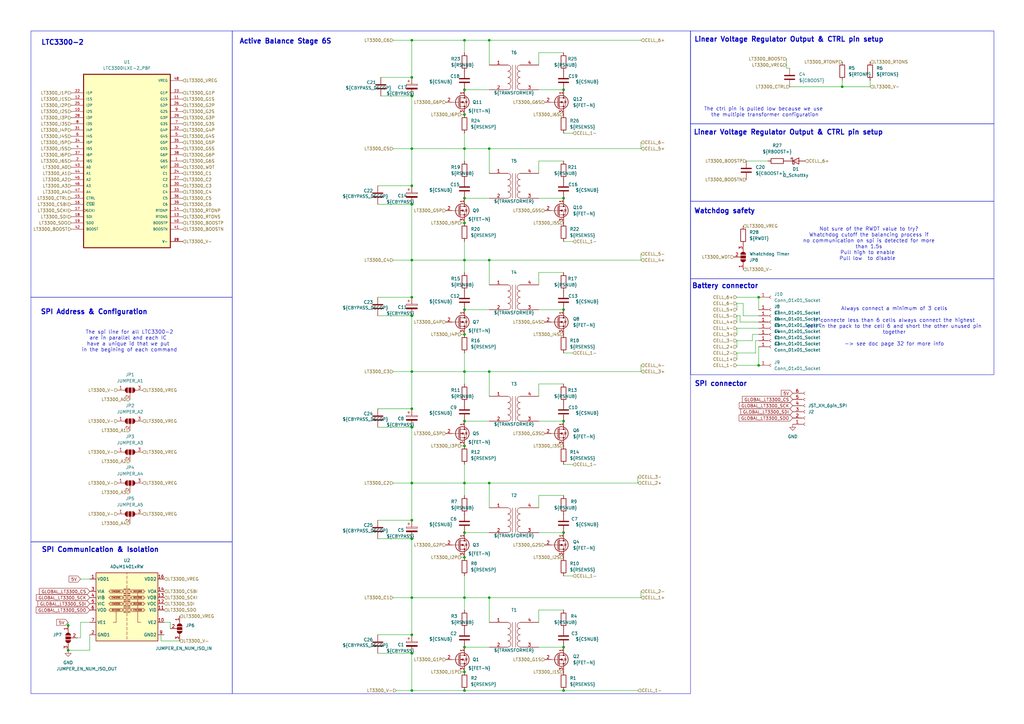
<source format=kicad_sch>
(kicad_sch (version 20231120) (generator "eeschema") (generator_version "8.0")
  (paper "A3")
  (title_block (title "6S Active Balancer") (date "2024-11-21") (rev "1") (company "VOLTN SOLEX") (comment 1 "Capable of been \"daisy chain\" for up to 64s") (comment 2 "5A of balance current"))
  (junction (at 190.5 152.4))
  (junction (at 190.5 81.28))
  (junction (at 168.91 129.54))
  (junction (at 200.66 60.96))
  (junction (at 168.91 152.4))
  (junction (at 168.91 167.64))
  (junction (at 200.66 198.12))
  (junction (at 168.91 260.35))
  (junction (at 168.91 60.96))
  (junction (at 190.5 127))
  (junction (at 200.66 152.4))
  (junction (at 27.94 266.7))
  (junction (at 190.5 245.11))
  (junction (at 168.91 283.21))
  (junction (at 345.44 35.56))
  (junction (at 231.14 218.44))
  (junction (at 168.91 213.36))
  (junction (at 168.91 121.92))
  (junction (at 190.5 172.72))
  (junction (at 168.91 175.26))
  (junction (at 190.5 16.51))
  (junction (at 27.94 256.54))
  (junction (at 190.5 198.12))
  (junction (at 200.66 245.11))
  (junction (at 168.91 83.82))
  (junction (at 231.14 127))
  (junction (at 231.14 81.28))
  (junction (at 231.14 172.72))
  (junction (at 190.5 137.16))
  (junction (at 231.14 283.21))
  (junction (at 311.15 149.86))
  (junction (at 168.91 16.51))
  (junction (at 168.91 267.97))
  (junction (at 200.66 106.68))
  (junction (at 190.5 36.83))
  (junction (at 231.14 265.43))
  (junction (at 311.15 121.92))
  (junction (at 190.5 275.59))
  (junction (at 190.5 91.44))
  (junction (at 190.5 46.99))
  (junction (at 190.5 265.43))
  (junction (at 168.91 198.12))
  (junction (at 200.66 16.51))
  (junction (at 190.5 228.6))
  (junction (at 190.5 218.44))
  (junction (at 168.91 31.75))
  (junction (at 190.5 60.96))
  (junction (at 190.5 106.68))
  (junction (at 231.14 36.83))
  (junction (at 190.5 283.21))
  (junction (at 168.91 106.68))
  (junction (at 168.91 76.2))
  (junction (at 168.91 39.37))
  (junction (at 190.5 182.88))
  (junction (at 168.91 245.11))
  (junction (at 168.91 220.98))
  (wire (pts (xy 161.29 106.68) (xy 168.91 106.68)))
  (wire (pts (xy 311.15 142.24) (xy 311.15 149.86)))
  (wire (pts (xy 189.23 228.6) (xy 190.5 228.6)))
  (wire (pts (xy 262.89 245.11) (xy 200.66 245.11)))
  (wire (pts (xy 309.88 144.78) (xy 302.26 144.78)))
  (wire (pts (xy 154.94 213.36) (xy 168.91 213.36)))
  (wire (pts (xy 190.5 152.4) (xy 190.5 157.48)))
  (wire (pts (xy 302.26 134.62) (xy 302.26 137.16)))
  (wire (pts (xy 161.29 245.11) (xy 168.91 245.11)))
  (wire (pts (xy 231.14 36.83) (xy 220.98 36.83)))
  (wire (pts (xy 27.94 266.7) (xy 36.83 266.7)))
  (wire (pts (xy 66.04 262.89) (xy 66.04 260.35)))
  (wire (pts (xy 168.91 220.98) (xy 168.91 245.11)))
  (wire (pts (xy 231.14 218.44) (xy 220.98 218.44)))
  (wire (pts (xy 162.56 283.21) (xy 168.91 283.21)))
  (wire (pts (xy 161.29 16.51) (xy 168.91 16.51)))
  (wire (pts (xy 33.02 255.27) (xy 36.83 255.27)))
  (wire (pts (xy 190.5 245.11) (xy 200.66 245.11)))
  (wire (pts (xy 189.23 91.44) (xy 190.5 91.44)))
  (wire (pts (xy 231.14 190.5) (xy 234.95 190.5)))
  (wire (pts (xy 231.14 236.22) (xy 234.95 236.22)))
  (wire (pts (xy 303.53 132.08) (xy 303.53 129.54)))
  (wire (pts (xy 231.14 172.72) (xy 220.98 172.72)))
  (wire (pts (xy 200.66 265.43) (xy 190.5 265.43)))
  (wire (pts (xy 168.91 83.82) (xy 168.91 106.68)))
  (wire (pts (xy 261.62 195.58) (xy 261.62 198.12)))
  (wire (pts (xy 190.5 99.06) (xy 190.5 106.68)))
  (wire (pts (xy 220.98 208.28) (xy 220.98 203.2)))
  (wire (pts (xy 189.23 46.99) (xy 190.5 46.99)))
  (wire (pts (xy 69.85 255.27) (xy 67.31 255.27)))
  (wire (pts (xy 190.5 144.78) (xy 190.5 152.4)))
  (wire (pts (xy 306.07 66.04) (xy 314.96 66.04)))
  (wire (pts (xy 69.85 257.81) (xy 69.85 255.27)))
  (wire (pts (xy 302.26 139.7) (xy 302.26 142.24)))
  (wire (pts (xy 66.04 262.89) (xy 73.66 262.89)))
  (wire (pts (xy 231.14 81.28) (xy 220.98 81.28)))
  (wire (pts (xy 168.91 245.11) (xy 168.91 260.35)))
  (wire (pts (xy 262.89 60.96) (xy 200.66 60.96)))
  (wire (pts (xy 200.66 36.83) (xy 190.5 36.83)))
  (wire (pts (xy 154.94 121.92) (xy 168.91 121.92)))
  (wire (pts (xy 262.89 149.86) (xy 262.89 152.4)))
  (wire (pts (xy 322.58 27.94) (xy 323.85 27.94)))
  (wire (pts (xy 189.23 275.59) (xy 190.5 275.59)))
  (wire (pts (xy 200.66 16.51) (xy 200.66 26.67)))
  (wire (pts (xy 231.14 127) (xy 220.98 127)))
  (wire (pts (xy 302.26 121.92) (xy 311.15 121.92)))
  (wire (pts (xy 190.5 106.68) (xy 200.66 106.68)))
  (wire (pts (xy 200.66 106.68) (xy 200.66 116.84)))
  (wire (pts (xy 262.89 104.14) (xy 262.89 106.68)))
  (wire (pts (xy 190.5 245.11) (xy 190.5 250.19)))
  (wire (pts (xy 220.98 250.19) (xy 231.14 250.19)))
  (wire (pts (xy 308.61 139.7) (xy 302.26 139.7)))
  (wire (pts (xy 220.98 26.67) (xy 220.98 21.59)))
  (wire (pts (xy 200.66 81.28) (xy 190.5 81.28)))
  (wire (pts (xy 190.5 54.61) (xy 190.5 60.96)))
  (wire (pts (xy 33.02 237.49) (xy 36.83 237.49)))
  (wire (pts (xy 190.5 60.96) (xy 200.66 60.96)))
  (wire (pts (xy 154.94 175.26) (xy 168.91 175.26)))
  (wire (pts (xy 154.94 129.54) (xy 168.91 129.54)))
  (wire (pts (xy 220.98 71.12) (xy 220.98 66.04)))
  (wire (pts (xy 154.94 267.97) (xy 168.91 267.97)))
  (wire (pts (xy 33.02 255.27) (xy 33.02 261.62)))
  (wire (pts (xy 154.94 260.35) (xy 168.91 260.35)))
  (wire (pts (xy 190.5 152.4) (xy 200.66 152.4)))
  (wire (pts (xy 200.66 152.4) (xy 200.66 162.56)))
  (wire (pts (xy 168.91 175.26) (xy 168.91 198.12)))
  (wire (pts (xy 168.91 39.37) (xy 168.91 60.96)))
  (wire (pts (xy 190.5 283.21) (xy 231.14 283.21)))
  (wire (pts (xy 308.61 137.16) (xy 308.61 139.7)))
  (wire (pts (xy 168.91 106.68) (xy 190.5 106.68)))
  (wire (pts (xy 311.15 139.7) (xy 309.88 139.7)))
  (wire (pts (xy 168.91 106.68) (xy 168.91 121.92)))
  (wire (pts (xy 304.8 129.54) (xy 304.8 124.46)))
  (wire (pts (xy 190.5 190.5) (xy 190.5 198.12)))
  (wire (pts (xy 220.98 157.48) (xy 231.14 157.48)))
  (wire (pts (xy 156.21 39.37) (xy 168.91 39.37)))
  (wire (pts (xy 161.29 60.96) (xy 168.91 60.96)))
  (wire (pts (xy 189.23 182.88) (xy 190.5 182.88)))
  (wire (pts (xy 311.15 149.86) (xy 302.26 149.86)))
  (wire (pts (xy 311.15 137.16) (xy 308.61 137.16)))
  (wire (pts (xy 302.26 134.62) (xy 311.15 134.62)))
  (wire (pts (xy 168.91 152.4) (xy 168.91 167.64)))
  (wire (pts (xy 220.98 203.2) (xy 231.14 203.2)))
  (wire (pts (xy 220.98 111.76) (xy 231.14 111.76)))
  (wire (pts (xy 36.83 260.35) (xy 36.83 266.7)))
  (wire (pts (xy 27.94 257.81) (xy 27.94 256.54)))
  (wire (pts (xy 156.21 31.75) (xy 168.91 31.75)))
  (wire (pts (xy 311.15 121.92) (xy 311.15 127)))
  (wire (pts (xy 220.98 21.59) (xy 231.14 21.59)))
  (wire (pts (xy 220.98 116.84) (xy 220.98 111.76)))
  (wire (pts (xy 168.91 16.51) (xy 168.91 31.75)))
  (wire (pts (xy 220.98 255.27) (xy 220.98 250.19)))
  (wire (pts (xy 66.04 260.35) (xy 67.31 260.35)))
  (wire (pts (xy 231.14 99.06) (xy 234.95 99.06)))
  (wire (pts (xy 168.91 129.54) (xy 168.91 152.4)))
  (wire (pts (xy 33.02 261.62) (xy 31.75 261.62)))
  (wire (pts (xy 200.66 172.72) (xy 190.5 172.72)))
  (wire (pts (xy 302.26 144.78) (xy 302.26 147.32)))
  (wire (pts (xy 200.66 198.12) (xy 200.66 208.28)))
  (wire (pts (xy 168.91 283.21) (xy 190.5 283.21)))
  (wire (pts (xy 323.85 35.56) (xy 345.44 35.56)))
  (wire (pts (xy 304.8 124.46) (xy 302.26 124.46)))
  (wire (pts (xy 190.5 16.51) (xy 190.5 21.59)))
  (wire (pts (xy 190.5 203.2) (xy 190.5 198.12)))
  (wire (pts (xy 200.66 245.11) (xy 200.66 255.27)))
  (wire (pts (xy 220.98 66.04) (xy 231.14 66.04)))
  (wire (pts (xy 356.87 35.56) (xy 345.44 35.56)))
  (wire (pts (xy 356.87 35.56) (xy 356.87 33.02)))
  (wire (pts (xy 261.62 198.12) (xy 200.66 198.12)))
  (wire (pts (xy 262.89 152.4) (xy 200.66 152.4)))
  (wire (pts (xy 168.91 60.96) (xy 168.91 76.2)))
  (wire (pts (xy 190.5 16.51) (xy 200.66 16.51)))
  (wire (pts (xy 220.98 162.56) (xy 220.98 157.48)))
  (wire (pts (xy 189.23 137.16) (xy 190.5 137.16)))
  (wire (pts (xy 231.14 144.78) (xy 234.95 144.78)))
  (wire (pts (xy 154.94 83.82) (xy 168.91 83.82)))
  (wire (pts (xy 154.94 167.64) (xy 168.91 167.64)))
  (wire (pts (xy 322.58 24.13) (xy 322.58 27.94)))
  (wire (pts (xy 200.66 60.96) (xy 200.66 71.12)))
  (wire (pts (xy 309.88 139.7) (xy 309.88 144.78)))
  (wire (pts (xy 190.5 60.96) (xy 190.5 66.04)))
  (wire (pts (xy 168.91 198.12) (xy 168.91 213.36)))
  (wire (pts (xy 154.94 220.98) (xy 168.91 220.98)))
  (wire (pts (xy 168.91 267.97) (xy 168.91 283.21)))
  (wire (pts (xy 27.94 256.54) (xy 27.94 255.27)))
  (wire (pts (xy 302.26 124.46) (xy 302.26 127)))
  (wire (pts (xy 231.14 54.61) (xy 234.95 54.61)))
  (wire (pts (xy 190.5 198.12) (xy 200.66 198.12)))
  (wire (pts (xy 262.89 58.42) (xy 262.89 60.96)))
  (wire (pts (xy 161.29 198.12) (xy 168.91 198.12)))
  (wire (pts (xy 168.91 60.96) (xy 190.5 60.96)))
  (wire (pts (xy 302.26 129.54) (xy 302.26 132.08)))
  (wire (pts (xy 161.29 152.4) (xy 168.91 152.4)))
  (wire (pts (xy 190.5 236.22) (xy 190.5 245.11)))
  (wire (pts (xy 311.15 132.08) (xy 303.53 132.08)))
  (wire (pts (xy 200.66 127) (xy 190.5 127)))
  (wire (pts (xy 231.14 283.21) (xy 261.62 283.21)))
  (wire (pts (xy 168.91 245.11) (xy 190.5 245.11)))
  (wire (pts (xy 168.91 198.12) (xy 190.5 198.12)))
  (wire (pts (xy 168.91 16.51) (xy 190.5 16.51)))
  (wire (pts (xy 168.91 152.4) (xy 190.5 152.4)))
  (wire (pts (xy 154.94 76.2) (xy 168.91 76.2)))
  (wire (pts (xy 311.15 129.54) (xy 304.8 129.54)))
  (wire (pts (xy 190.5 106.68) (xy 190.5 111.76)))
  (wire (pts (xy 231.14 265.43) (xy 220.98 265.43)))
  (wire (pts (xy 303.53 129.54) (xy 302.26 129.54)))
  (wire (pts (xy 262.89 242.57) (xy 262.89 245.11)))
  (wire (pts (xy 200.66 218.44) (xy 190.5 218.44)))
  (wire (pts (xy 345.44 35.56) (xy 345.44 33.02)))
  (wire (pts (xy 262.89 106.68) (xy 200.66 106.68)))
  (wire (pts (xy 262.89 16.51) (xy 200.66 16.51)))
  (rectangle (start 12.7 12.7) (end 95.25 121.92))
  (rectangle (start 283.21 114.3) (end 407.67 153.67))
  (rectangle (start 12.7 222.25) (end 95.25 284.48))
  (rectangle (start 283.21 12.7) (end 407.67 50.8))
  (rectangle (start 12.7 121.92) (end 95.25 222.25))
  (rectangle (start 283.21 82.55) (end 407.67 114.3))
  (rectangle (start 95.25 12.7) (end 283.21 284.48))
  (rectangle (start 283.21 50.8) (end 407.67 82.55))
  (text "The ctrl pin is pulled low because we use \nthe multiple transformer configuration" (at 313.69 45.974 0) (effects (font (size 1.5 1.5))))
  (text "Always connect a minimum of 3 cells\n\nIf connecte less than 6 cells always connect the highest\ncell in the pack to the cell 6 and short the other unused pin\ntogether\n\n-> see doc page 32 for more info\n\n" (at 366.776 135.128 0) (effects (font (size 1.5 1.5))))
  (text "Linear Voltage Regulator Output & CTRL pin setup" (at 323.342 54.356 0) (effects (font (size 2 2) (thickness 0.4) (bold yes))))
  (text "Watchdog safety\n" (at 297.18 86.614 0) (effects (font (size 2 2) (thickness 0.4) (bold yes))))
  (text "SPI connector\n" (at 295.656 157.48 0) (effects (font (size 2 2) (thickness 0.4) (bold yes))))
  (text "Linear Voltage Regulator Output & CTRL pin setup" (at 323.596 16.256 0) (effects (font (size 2 2) (thickness 0.4) (bold yes))))
  (text "Battery connector" (at 297.434 117.348 0) (effects (font (size 2 2) (thickness 0.4) (bold yes))))
  (text "Active Balance Stage 6S\n" (at 117.094 17.018 0) (effects (font (size 2 2) (thickness 0.4) (bold yes))))
  (text "Not sure of the RWDT value to try?\nWhatchdog cutoff the balancing process if\nno communication on spi is detected for more\nthan 1.5s\nPull high to enable \nPull low  to disable \n" (at 356.362 100.076 0) (effects (font (size 1.5 1.5))))
  (text "The spi line for all LTC3300-2\nare in parallel and each IC \nhave a unique id that we put \nin the begining of each command" (at 53.086 139.954 0) (effects (font (size 1.5 1.5))))
  (text "LTC3300-2" (at 25.654 17.526 0) (effects (font (size 2 2) (thickness 0.4) (bold yes))))
  (text "SPI Address & Configuration\n" (at 38.608 128.016 0) (effects (font (size 2 2) (thickness 0.4) (bold yes))))
  (text "SPI Communication & Isolation\n" (at 41.148 225.552 0) (effects (font (size 2 2) (thickness 0.4) (bold yes))))
  (global_label "GLOBAL_LT3300_SDI" (shape input) (at 36.83 247.65 180) (property "Intersheetrefs" "${INTERSHEET_REFS}" (effects (hide yes))))
  (global_label "5V" (shape input) (at 27.94 255.27 180) (property "Intersheetrefs" "${INTERSHEET_REFS}" (effects (hide yes))))
  (global_label "5V" (shape input) (at 33.02 237.49 180) (property "Intersheetrefs" "${INTERSHEET_REFS}" (effects (hide yes))))
  (global_label "GLOBAL_LT3300_SDO" (shape input) (at 325.12 171.45 180) (property "Intersheetrefs" "${INTERSHEET_REFS}" (effects (hide yes))))
  (global_label "GLOBAL_LT3300_SCK" (shape input) (at 36.83 245.11 180) (property "Intersheetrefs" "${INTERSHEET_REFS}" (effects (hide yes))))
  (global_label "GLOBAL_LT3300_SCK" (shape input) (at 325.12 166.37 180) (property "Intersheetrefs" "${INTERSHEET_REFS}" (effects (hide yes))))
  (global_label "GLOBAL_LT3300_CS" (shape input) (at 36.83 242.57 180) (property "Intersheetrefs" "${INTERSHEET_REFS}" (effects (hide yes))))
  (global_label "GLOBAL_LT3300_SDO" (shape input) (at 36.83 250.19 180) (property "Intersheetrefs" "${INTERSHEET_REFS}" (effects (hide yes))))
  (global_label "5V" (shape input) (at 325.12 161.29 180) (property "Intersheetrefs" "${INTERSHEET_REFS}" (effects (hide yes))))
  (global_label "GLOBAL_LT3300_SDI" (shape input) (at 325.12 168.91 180) (property "Intersheetrefs" "${INTERSHEET_REFS}" (effects (hide yes))))
  (global_label "GLOBAL_LT3300_CS" (shape input) (at 325.12 163.83 180) (property "Intersheetrefs" "${INTERSHEET_REFS}" (effects (hide yes))))
  (hierarchical_label "LT3300_CSBI" (shape input) (at 29.21 83.82 180))
  (hierarchical_label "LT3300_C4" (shape input) (at 161.29 106.68 180))
  (hierarchical_label "LT3300_BOOSTN" (shape input) (at 74.93 93.98 0))
  (hierarchical_label "LT3300_G4S" (shape input) (at 74.93 55.88 0))
  (hierarchical_label "LT3300_WDT" (shape input) (at 300.99 105.41 180))
  (hierarchical_label "LT3300_C5" (shape input) (at 161.29 60.96 180))
  (hierarchical_label "LT3300_I3S" (shape input) (at 29.21 50.8 180))
  (hierarchical_label "LT3300_G5P" (shape input) (at 74.93 58.42 0))
  (hierarchical_label "LT3300_VREG" (shape input) (at 73.66 252.73 0))
  (hierarchical_label "CELL_1-" (shape input) (at 234.95 236.22 0))
  (hierarchical_label "LT3300_C5" (shape input) (at 74.93 81.28 0))
  (hierarchical_label "LT3300_G4P" (shape input) (at 74.93 53.34 0))
  (hierarchical_label "CELL_6+" (shape input) (at 302.26 121.92 180))
  (hierarchical_label "LT3300_I5S" (shape input) (at 29.21 60.96 180))
  (hierarchical_label "LT3300_C2" (shape input) (at 161.29 198.12 180))
  (hierarchical_label "LT3300_RTONP" (shape input) (at 74.93 86.36 0))
  (hierarchical_label "CELL_1-" (shape input) (at 261.62 283.21 0))
  (hierarchical_label "CELL_1+" (shape input) (at 302.26 147.32 180))
  (hierarchical_label "LT3300_G4P" (shape input) (at 182.88 132.08 180))
  (hierarchical_label "LT3300_BOOSTN" (shape input) (at 306.07 73.66 180))
  (hierarchical_label "LT3300_C6" (shape input) (at 161.29 16.51 180))
  (hierarchical_label "CELL_4-" (shape input) (at 302.26 134.62 180))
  (hierarchical_label "LT3300_G1P" (shape input) (at 74.93 38.1 0))
  (hierarchical_label "LT3300_CTRL" (shape input) (at 323.85 35.56 180))
  (hierarchical_label "CELL_2+" (shape input) (at 302.26 142.24 180))
  (hierarchical_label "LT3300_A4" (shape input) (at 29.21 78.74 180))
  (hierarchical_label "LT3300_SDI" (shape input) (at 67.31 247.65 0))
  (hierarchical_label "CELL_5+" (shape input) (at 302.26 127 180))
  (hierarchical_label "LT3300_V-" (shape input) (at 48.26 185.42 180))
  (hierarchical_label "LT3300_V-" (shape input) (at 73.66 262.89 0))
  (hierarchical_label "LT3300_G5S" (shape input) (at 74.93 60.96 0))
  (hierarchical_label "LT3300_V-" (shape input) (at 74.93 99.06 0))
  (hierarchical_label "LT3300_I5P" (shape input) (at 29.21 58.42 180))
  (hierarchical_label "LT3300_I6S" (shape input) (at 231.14 46.99 180))
  (hierarchical_label "LT3300_G6S" (shape input) (at 223.52 41.91 180))
  (hierarchical_label "LT3300_VREG" (shape input) (at 58.42 198.12 0))
  (hierarchical_label "LT3300_I6P" (shape input) (at 189.23 46.99 180))
  (hierarchical_label "CELL_1-" (shape input) (at 234.95 190.5 0))
  (hierarchical_label "CELL_1-" (shape input) (at 234.95 54.61 0))
  (hierarchical_label "LT3300_BOOST" (shape input) (at 322.58 24.13 180))
  (hierarchical_label "LT3300_CTRL" (shape input) (at 29.21 81.28 180))
  (hierarchical_label "LT3300_V-" (shape input) (at 48.26 172.72 180))
  (hierarchical_label "LT3300_G4S" (shape input) (at 223.52 132.08 180))
  (hierarchical_label "LT3300_SCKI" (shape input) (at 29.21 86.36 180))
  (hierarchical_label "LT3300_RTONP" (shape input) (at 345.44 25.4 180))
  (hierarchical_label "LT3300_G2S" (shape input) (at 223.52 223.52 180))
  (hierarchical_label "CELL_2-" (shape input) (at 262.89 242.57 0))
  (hierarchical_label "LT3300_G1S" (shape input) (at 223.52 270.51 180))
  (hierarchical_label "CELL_3-" (shape input) (at 261.62 195.58 0))
  (hierarchical_label "LT3300_BOOSTP" (shape input) (at 306.07 66.04 180))
  (hierarchical_label "CELL_1+" (shape input) (at 262.89 245.11 0))
  (hierarchical_label "LT3300_VREG" (shape input) (at 322.58 26.67 180))
  (hierarchical_label "LT3300_SDO" (shape input) (at 29.21 91.44 180))
  (hierarchical_label "LT3300_VREG" (shape input) (at 304.8 92.71 0))
  (hierarchical_label "LT3300_VREG" (shape input) (at 58.42 160.02 0))
  (hierarchical_label "LT3300_G1P" (shape input) (at 182.88 270.51 180))
  (hierarchical_label "LT3300_SDI" (shape input) (at 29.21 88.9 180))
  (hierarchical_label "LT3300_C3" (shape input) (at 74.93 76.2 0))
  (hierarchical_label "LT3300_G5P" (shape input) (at 182.88 86.36 180))
  (hierarchical_label "LT3300_I4S" (shape input) (at 29.21 55.88 180))
  (hierarchical_label "CELL_1-" (shape input) (at 234.95 144.78 0))
  (hierarchical_label "LT3300_A1" (shape input) (at 29.21 71.12 180))
  (hierarchical_label "LT3300_I3P" (shape input) (at 189.23 182.88 180))
  (hierarchical_label "CELL_2-" (shape input) (at 302.26 144.78 180))
  (hierarchical_label "LT3300_I1S" (shape input) (at 231.14 275.59 180))
  (hierarchical_label "LT3300_G6P" (shape input) (at 74.93 63.5 0))
  (hierarchical_label "LT3300_V-" (shape input) (at 48.26 160.02 180))
  (hierarchical_label "LT3300_C1" (shape input) (at 161.29 245.11 180))
  (hierarchical_label "CELL_4+" (shape input) (at 262.89 106.68 0))
  (hierarchical_label "CELL_2+" (shape input) (at 261.62 198.12 0))
  (hierarchical_label "CELL_4-" (shape input) (at 262.89 149.86 0))
  (hierarchical_label "LT3300_I4P" (shape input) (at 29.21 53.34 180))
  (hierarchical_label "LT3300_I2S" (shape input) (at 231.14 228.6 180))
  (hierarchical_label "CELL_6+" (shape input) (at 262.89 16.51 0))
  (hierarchical_label "CELL_1-" (shape input) (at 302.26 149.86 180))
  (hierarchical_label "LT3300_C3" (shape input) (at 161.29 152.4 180))
  (hierarchical_label "LT3300_I3S" (shape input) (at 231.14 182.88 180))
  (hierarchical_label "LT3300_I4P" (shape input) (at 189.23 137.16 180))
  (hierarchical_label "LT3300_I6P" (shape input) (at 29.21 63.5 180))
  (hierarchical_label "LT3300_I1P" (shape input) (at 29.21 38.1 180))
  (hierarchical_label "LT3300_SCKI" (shape input) (at 67.31 245.11 0))
  (hierarchical_label "LT3300_G6P" (shape input) (at 182.88 41.91 180))
  (hierarchical_label "LT3300_SDO" (shape input) (at 67.31 250.19 0))
  (hierarchical_label "LT3300_V-" (shape input) (at 48.26 210.82 180))
  (hierarchical_label "LT3300_VREG" (shape input) (at 58.42 210.82 0))
  (hierarchical_label "CELL_3+" (shape input) (at 302.26 137.16 180))
  (hierarchical_label "CELL_5-" (shape input) (at 302.26 129.54 180))
  (hierarchical_label "LT3300_A0" (shape input) (at 53.34 163.83 180))
  (hierarchical_label "LT3300_V-" (shape input) (at 48.26 198.12 180))
  (hierarchical_label "LT3300_G3P" (shape input) (at 74.93 48.26 0))
  (hierarchical_label "LT3300_A3" (shape input) (at 53.34 201.93 180))
  (hierarchical_label "CELL_5+" (shape input) (at 262.89 60.96 0))
  (hierarchical_label "LT3300_VREG" (shape input) (at 58.42 172.72 0))
  (hierarchical_label "LT3300_C2" (shape input) (at 74.93 73.66 0))
  (hierarchical_label "LT3300_BOOST" (shape input) (at 29.21 93.98 180))
  (hierarchical_label "LT3300_C6" (shape input) (at 74.93 83.82 0))
  (hierarchical_label "LT3300_I2P" (shape input) (at 29.21 43.18 180))
  (hierarchical_label "LT3300_I4S" (shape input) (at 231.14 137.16 180))
  (hierarchical_label "CELL_6-" (shape input) (at 262.89 58.42 0))
  (hierarchical_label "LT3300_I1P" (shape input) (at 189.23 275.59 180))
  (hierarchical_label "LT3300_I5P" (shape input) (at 189.23 91.44 180))
  (hierarchical_label "CELL_6+" (shape input) (at 330.2 66.04 0))
  (hierarchical_label "LT3300_WDT" (shape input) (at 74.93 68.58 0))
  (hierarchical_label "CELL_3-" (shape input) (at 302.26 139.7 180))
  (hierarchical_label "LT3300_G3P" (shape input) (at 182.88 177.8 180))
  (hierarchical_label "LT3300_G2S" (shape input) (at 74.93 45.72 0))
  (hierarchical_label "LT3300_I3P" (shape input) (at 29.21 48.26 180))
  (hierarchical_label "LT3300_C1" (shape input) (at 74.93 71.12 0))
  (hierarchical_label "CELL_3+" (shape input) (at 262.89 152.4 0))
  (hierarchical_label "LT3300_G2P" (shape input) (at 182.88 223.52 180))
  (hierarchical_label "LT3300_VREG" (shape input) (at 74.93 33.02 0))
  (hierarchical_label "LT3300_I5S" (shape input) (at 231.14 91.44 180))
  (hierarchical_label "LT3300_CSBI" (shape input) (at 67.31 242.57 0))
  (hierarchical_label "LT3300_RTONS" (shape input) (at 74.93 88.9 0))
  (hierarchical_label "LT3300_A2" (shape input) (at 29.21 73.66 180))
  (hierarchical_label "LT3300_I1S" (shape input) (at 29.21 40.64 180))
  (hierarchical_label "LT3300_C4" (shape input) (at 74.93 78.74 0))
  (hierarchical_label "LT3300_V-" (shape input) (at 304.8 110.49 0))
  (hierarchical_label "LT3300_A1" (shape input) (at 53.34 176.53 180))
  (hierarchical_label "LT3300_VREG" (shape input) (at 67.31 237.49 0))
  (hierarchical_label "CELL_1-" (shape input) (at 234.95 99.06 0))
  (hierarchical_label "LT3300_I2P" (shape input) (at 189.23 228.6 180))
  (hierarchical_label "CELL_6-" (shape input) (at 302.26 124.46 180))
  (hierarchical_label "LT3300_G2P" (shape input) (at 74.93 43.18 0))
  (hierarchical_label "LT3300_VREG" (shape input) (at 58.42 185.42 0))
  (hierarchical_label "LT3300_A3" (shape input) (at 29.21 76.2 180))
  (hierarchical_label "LT3300_A4" (shape input) (at 53.34 214.63 180))
  (hierarchical_label "LT3300_V-" (shape input) (at 162.56 283.21 180))
  (hierarchical_label "LT3300_V-" (shape input) (at 356.87 35.56 0))
  (hierarchical_label "LT3300_BOOSTP" (shape input) (at 74.93 91.44 0))
  (hierarchical_label "LT3300_I2S" (shape input) (at 29.21 45.72 180))
  (hierarchical_label "LT3300_G1S" (shape input) (at 74.93 40.64 0))
  (hierarchical_label "LT3300_G3S" (shape input) (at 74.93 50.8 0))
  (hierarchical_label "LT3300_A2" (shape input) (at 53.34 189.23 180))
  (hierarchical_label "LT3300_A0" (shape input) (at 29.21 68.58 180))
  (hierarchical_label "LT3300_G6S" (shape input) (at 74.93 66.04 0))
  (hierarchical_label "LT3300_G5S" (shape input) (at 223.52 86.36 180))
  (hierarchical_label "CELL_5-" (shape input) (at 262.89 104.14 0))
  (hierarchical_label "LT3300_G3S" (shape input) (at 223.52 177.8 180))
  (hierarchical_label "CELL_4+" (shape input) (at 302.26 132.08 180))
  (hierarchical_label "LT3300_RTONS" (shape input) (at 356.87 25.4 0))
  (hierarchical_label "LT3300_I6S" (shape input) (at 29.21 66.04 180))
  (symbol (lib_id "Device:D_Schottky") (at 326.39 66.04 0) (unit 1)
    (property "Reference" "D1" (at 326.39 69.342 0))
    (property "Value" "D_Schottky" (at 326.39 71.882 0))
    (property "Footprint" "Diode_SMD:D_0603_1608Metric_Pad1.05x0.95mm_HandSolder" (effects (hide yes)))
    (property "Description" "Schottky diode" (effects (hide yes)))
  )
  (symbol (lib_id "Device:C") (at 190.5 123.19 0) (unit 1)
    (property "Reference" "C12" (at 184.658 121.412 0) (effects (justify left)))
    (property "Value" "${CSNUB}" (at 176.022 123.698 0) (effects (justify left)))
    (property "Footprint" "Capacitor_SMD:C_0603_1608Metric_Pad1.08x0.95mm_HandSolder" (effects (hide yes)))
    (property "Description" "Unpolarized capacitor" (effects (hide yes)))
  )
  (symbol (lib_id "Device:C") (at 154.94 264.16 0) (unit 1)
    (property "Reference" "C26" (at 149.098 262.382 0) (effects (justify left)))
    (property "Value" "${CBYPASS_DECOP}" (at 140.462 264.668 0) (effects (justify left)))
    (property "Footprint" "Capacitor_SMD:C_0603_1608Metric_Pad1.08x0.95mm_HandSolder" (effects (hide yes)))
    (property "Description" "Unpolarized capacitor" (effects (hide yes)))
  )
  (symbol (lib_id "Device:R") (at 231.14 50.8 0) (unit 1)
    (property "Reference" "R26" (at 233.68 49.5299 0) (effects (justify left)))
    (property "Value" "${RSENSS}" (at 233.68 52.0699 0) (effects (justify left)))
    (property "Footprint" "Resistor_SMD:R_0603_1608Metric_Pad0.98x0.95mm_HandSolder" (effects (hide yes)))
    (property "Description" "Resistor" (effects (hide yes)))
  )
  (symbol (lib_id "Jumper:SolderJumper_3_Open") (at 53.34 198.12 0) (unit 1) (exclude_from_sim yes) (in_bom no)
    (property "Reference" "JP4" (at 53.34 191.77 0))
    (property "Value" "JUMPER_A4" (at 53.34 194.31 0))
    (property "Footprint" "Jumper:SolderJumper-3_P1.3mm_Open_RoundedPad1.0x1.5mm" (effects (hide yes)))
    (property "Description" "Solder Jumper, 3-pole, open" (effects (hide yes)))
  )
  (symbol (lib_id "Jumper:SolderJumper_3_Open") (at 304.8 105.41 270) (mirror x) (unit 1) (exclude_from_sim yes) (in_bom no)
    (property "Reference" "JP8" (at 307.34 106.6801 90) (effects (justify left)))
    (property "Value" "Whatchdog Timer" (at 307.34 104.1401 90) (effects (justify left)))
    (property "Footprint" "Jumper:SolderJumper-3_P1.3mm_Open_RoundedPad1.0x1.5mm" (effects (hide yes)))
    (property "Description" "Solder Jumper, 3-pole, open" (effects (hide yes)))
  )
  (symbol (lib_id "Device:C") (at 154.94 80.01 0) (unit 1)
    (property "Reference" "C22" (at 149.098 78.232 0) (effects (justify left)))
    (property "Value" "${CBYPASS_DECOP}" (at 140.462 80.518 0) (effects (justify left)))
    (property "Footprint" "Capacitor_SMD:C_0603_1608Metric_Pad1.08x0.95mm_HandSolder" (effects (hide yes)))
    (property "Description" "Unpolarized capacitor" (effects (hide yes)))
  )
  (symbol (lib_id "Device:C") (at 323.85 31.75 0) (unit 1)
    (property "Reference" "C4" (at 327.66 30.4799 0) (effects (justify left)))
    (property "Value" "${CBOOST}" (at 327.66 33.0199 0) (effects (justify left)))
    (property "Footprint" "Capacitor_SMD:C_0603_1608Metric_Pad1.08x0.95mm_HandSolder" (effects (hide yes)))
    (property "Description" "Unpolarized capacitor" (effects (hide yes)))
  )
  (symbol (lib_id "Device:R") (at 231.14 279.4 0) (unit 1)
    (property "Reference" "R1" (at 233.68 278.1299 0) (effects (justify left)))
    (property "Value" "${RSENSS}" (at 233.68 280.6699 0) (effects (justify left)))
    (property "Footprint" "Resistor_SMD:R_0603_1608Metric_Pad0.98x0.95mm_HandSolder" (effects (hide yes)))
    (property "Description" "Resistor" (effects (hide yes)))
  )
  (symbol (lib_id "Jumper:SolderJumper_3_Open") (at 53.34 160.02 0) (unit 1) (exclude_from_sim yes) (in_bom no)
    (property "Reference" "JP1" (at 53.34 153.67 0))
    (property "Value" "JUMPER_A1" (at 53.34 156.21 0))
    (property "Footprint" "Jumper:SolderJumper-3_P1.3mm_Open_RoundedPad1.0x1.5mm" (effects (hide yes)))
    (property "Description" "Solder Jumper, 3-pole, open" (effects (hide yes)))
  )
  (symbol (lib_id "Device:R") (at 190.5 232.41 0) (unit 1)
    (property "Reference" "R8" (at 193.04 231.1399 0) (effects (justify left)))
    (property "Value" "${RSENSP}" (at 193.04 233.6799 0) (effects (justify left)))
    (property "Footprint" "Resistor_SMD:R_0603_1608Metric_Pad0.98x0.95mm_HandSolder" (effects (hide yes)))
    (property "Description" "Resistor" (effects (hide yes)))
  )
  (symbol (lib_id "Device:R") (at 231.14 254 0) (mirror y) (unit 1)
    (property "Reference" "R4" (at 236.728 252.73 0) (effects (justify left)))
    (property "Value" "${RSNUB}" (at 236.728 255.27 0) (effects (justify left)))
    (property "Footprint" "Resistor_SMD:R_0603_1608Metric_Pad0.98x0.95mm_HandSolder" (effects (hide yes)))
    (property "Description" "Resistor" (effects (hide yes)))
  )
  (symbol (lib_id "Device:Q_NMOS_Depletion_DGS") (at 187.96 41.91 0) (unit 1)
    (property "Reference" "Q11" (at 193.802 41.91 0) (effects (justify left)))
    (property "Value" "${FET-N}" (at 192.024 45.466 0) (effects (justify left)))
    (property "Footprint" "active_balancer:SIR882DP_PowerPAK_SO-8_Single" (effects (hide yes)))
    (property "Description" "Depletion-mode N-channel MOSFET, drain/gate/source" (effects (hide yes)))
  )
  (symbol (lib_id "Device:C") (at 231.14 123.19 0) (mirror y) (unit 1)
    (property "Reference" "C13" (at 236.982 121.412 0) (effects (justify left)))
    (property "Value" "${CSNUB}" (at 245.618 123.698 0) (effects (justify left)))
    (property "Footprint" "Capacitor_SMD:C_0603_1608Metric_Pad1.08x0.95mm_HandSolder" (effects (hide yes)))
    (property "Description" "Unpolarized capacitor" (effects (hide yes)))
  )
  (symbol (lib_id "Device:Transformer_1P_1S") (at 210.82 213.36 0) (unit 1)
    (property "Reference" "T2" (at 210.8327 203.2 0))
    (property "Value" "${TRANSFORMER}" (at 210.82 219.71 0))
    (property "Footprint" "active_balancer:WE-FLYLT_EP13_2381" (effects (hide yes)))
    (property "Description" "750312504 Wurth Electronic" (effects (hide yes)))
  )
  (symbol (lib_id "Device:C") (at 231.14 261.62 0) (mirror y) (unit 1)
    (property "Reference" "C3" (at 236.982 259.842 0) (effects (justify left)))
    (property "Value" "${CSNUB}" (at 245.618 262.128 0) (effects (justify left)))
    (property "Footprint" "Capacitor_SMD:C_0603_1608Metric_Pad1.08x0.95mm_HandSolder" (effects (hide yes)))
    (property "Description" "Unpolarized capacitor" (effects (hide yes)))
  )
  (symbol (lib_id "Device:Q_NMOS_Depletion_DGS") (at 187.96 270.51 0) (unit 1)
    (property "Reference" "Q1" (at 193.802 270.51 0) (effects (justify left)))
    (property "Value" "${FET-N}" (at 192.024 274.066 0) (effects (justify left)))
    (property "Footprint" "active_balancer:SIR882DP_PowerPAK_SO-8_Single" (effects (hide yes)))
    (property "Description" "Depletion-mode N-channel MOSFET, drain/gate/source" (effects (hide yes)))
  )
  (symbol (lib_id "Jumper:SolderJumper_3_Open") (at 53.34 185.42 0) (unit 1) (exclude_from_sim yes) (in_bom no)
    (property "Reference" "JP3" (at 53.34 179.07 0))
    (property "Value" "JUMPER_A3" (at 53.34 181.61 0))
    (property "Footprint" "Jumper:SolderJumper-3_P1.3mm_Open_RoundedPad1.0x1.5mm" (effects (hide yes)))
    (property "Description" "Solder Jumper, 3-pole, open" (effects (hide yes)))
  )
  (symbol (lib_id "Connector:Conn_01x06_Socket") (at 330.2 168.91 0) (mirror x) (unit 1)
    (property "Reference" "J2" (at 331.47 168.9101 0) (effects (justify left)))
    (property "Value" "JST_XH_6pin_SPI" (at 331.47 166.3701 0) (effects (justify left)))
    (property "Footprint" "Connector_JST:JST_XH_B6B-XH-AM_1x06_P2.50mm_Vertical" (effects (hide yes)))
    (property "Description" "Generic connector, single row, 01x06, script generated" (effects (hide yes)))
  )
  (symbol (lib_id "Device:R") (at 304.8 96.52 0) (unit 1)
    (property "Reference" "R28" (at 307.34 95.2499 0) (effects (justify left)))
    (property "Value" "${RWDT}" (at 307.34 97.7899 0) (effects (justify left)))
    (property "Footprint" "Resistor_SMD:R_0603_1608Metric_Pad0.98x0.95mm_HandSolder" (effects (hide yes)))
    (property "Description" "Resistor" (effects (hide yes)))
  )
  (symbol (lib_id "Device:C") (at 190.5 214.63 0) (unit 1)
    (property "Reference" "C6" (at 184.658 212.852 0) (effects (justify left)))
    (property "Value" "${CSNUB}" (at 176.022 215.138 0) (effects (justify left)))
    (property "Footprint" "Capacitor_SMD:C_0603_1608Metric_Pad1.08x0.95mm_HandSolder" (effects (hide yes)))
    (property "Description" "Unpolarized capacitor" (effects (hide yes)))
  )
  (symbol (lib_id "Device:R") (at 190.5 186.69 0) (unit 1)
    (property "Reference" "R12" (at 193.04 185.4199 0) (effects (justify left)))
    (property "Value" "${RSENSP}" (at 193.04 187.9599 0) (effects (justify left)))
    (property "Footprint" "Resistor_SMD:R_0603_1608Metric_Pad0.98x0.95mm_HandSolder" (effects (hide yes)))
    (property "Description" "Resistor" (effects (hide yes)))
  )
  (symbol (lib_id "Device:C_Polarized") (at 168.91 171.45 0) (unit 1)
    (property "Reference" "C8" (at 163.068 171.704 0) (effects (justify left)))
    (property "Value" "${CBYPASS}" (at 158.496 174.244 0) (effects (justify left)))
    (property "Footprint" "Capacitor_SMD:CP_Elec_8x10" (effects (hide yes)))
    (property "Description" "Polarized capacitor" (effects (hide yes)))
  )
  (symbol (lib_id "Device:Transformer_1P_1S") (at 210.82 167.64 0) (unit 1)
    (property "Reference" "T3" (at 210.8327 157.48 0))
    (property "Value" "${TRANSFORMER}" (at 210.82 173.99 0))
    (property "Footprint" "active_balancer:WE-FLYLT_EP13_2381" (effects (hide yes)))
    (property "Description" "750312504 Wurth Electronic" (effects (hide yes)))
  )
  (symbol (lib_id "Device:R") (at 231.14 69.85 0) (mirror y) (unit 1)
    (property "Reference" "R21" (at 236.728 68.58 0) (effects (justify left)))
    (property "Value" "${RSNUB}" (at 236.728 71.12 0) (effects (justify left)))
    (property "Footprint" "Resistor_SMD:R_0603_1608Metric_Pad0.98x0.95mm_HandSolder" (effects (hide yes)))
    (property "Description" "Resistor" (effects (hide yes)))
  )
  (symbol (lib_id "Device:R") (at 231.14 161.29 0) (mirror y) (unit 1)
    (property "Reference" "R13" (at 236.728 160.02 0) (effects (justify left)))
    (property "Value" "${RSNUB}" (at 236.728 162.56 0) (effects (justify left)))
    (property "Footprint" "Resistor_SMD:R_0603_1608Metric_Pad0.98x0.95mm_HandSolder" (effects (hide yes)))
    (property "Description" "Resistor" (effects (hide yes)))
  )
  (symbol (lib_id "Device:R") (at 190.5 25.4 0) (unit 1)
    (property "Reference" "R23" (at 184.912 24.13 0) (effects (justify left)))
    (property "Value" "${RSNUB}" (at 184.912 26.67 0) (effects (justify left)))
    (property "Footprint" "Resistor_SMD:R_0603_1608Metric_Pad0.98x0.95mm_HandSolder" (effects (hide yes)))
    (property "Description" "Resistor" (effects (hide yes)))
  )
  (symbol (lib_id "Device:C_Polarized") (at 168.91 35.56 0) (unit 1)
    (property "Reference" "C17" (at 163.068 35.814 0) (effects (justify left)))
    (property "Value" "${CBYPASS}" (at 158.496 38.354 0) (effects (justify left)))
    (property "Footprint" "Capacitor_SMD:CP_Elec_8x10" (effects (hide yes)))
    (property "Description" "Polarized capacitor" (effects (hide yes)))
  )
  (symbol (lib_id "Device:Transformer_1P_1S") (at 210.82 260.35 0) (unit 1)
    (property "Reference" "T1" (at 210.8327 250.19 0))
    (property "Value" "${TRANSFORMER}" (at 210.82 266.7 0))
    (property "Footprint" "active_balancer:WE-FLYLT_EP13_2381" (effects (hide yes)))
    (property "Description" "750312504 Wurth Electronic" (effects (hide yes)))
  )
  (symbol (lib_id "Jumper:SolderJumper_3_Open") (at 73.66 257.81 270) (unit 1) (exclude_from_sim yes) (in_bom no)
    (property "Reference" "JP6" (at 76.2 256.5399 90) (effects (justify left)))
    (property "Value" "JUMPER_EN_NUM_ISO_IN" (at 63.754 265.938 90) (effects (justify left)))
    (property "Footprint" "Jumper:SolderJumper-3_P1.3mm_Open_RoundedPad1.0x1.5mm" (effects (hide yes)))
    (property "Description" "Solder Jumper, 3-pole, open" (effects (hide yes)))
  )
  (symbol (lib_id "Device:R") (at 190.5 279.4 0) (unit 1)
    (property "Reference" "R2" (at 193.04 278.1299 0) (effects (justify left)))
    (property "Value" "${RSENSP}" (at 193.04 280.6699 0) (effects (justify left)))
    (property "Footprint" "Resistor_SMD:R_0603_1608Metric_Pad0.98x0.95mm_HandSolder" (effects (hide yes)))
    (property "Description" "Resistor" (effects (hide yes)))
  )
  (symbol (lib_id "Device:R") (at 231.14 207.01 0) (mirror y) (unit 1)
    (property "Reference" "R9" (at 236.728 205.74 0) (effects (justify left)))
    (property "Value" "${RSNUB}" (at 236.728 208.28 0) (effects (justify left)))
    (property "Footprint" "Resistor_SMD:R_0603_1608Metric_Pad0.98x0.95mm_HandSolder" (effects (hide yes)))
    (property "Description" "Resistor" (effects (hide yes)))
  )
  (symbol (lib_id "Device:C") (at 190.5 168.91 0) (unit 1)
    (property "Reference" "C9" (at 184.658 167.132 0) (effects (justify left)))
    (property "Value" "${CSNUB}" (at 176.022 169.418 0) (effects (justify left)))
    (property "Footprint" "Capacitor_SMD:C_0603_1608Metric_Pad1.08x0.95mm_HandSolder" (effects (hide yes)))
    (property "Description" "Unpolarized capacitor" (effects (hide yes)))
  )
  (symbol (lib_id "Connector:Conn_01x01_Socket") (at 316.23 129.54 0) (unit 1)
    (property "Reference" "J7" (at 317.5 128.2699 0) (effects (justify left)))
    (property "Value" "Conn_01x01_Socket" (at 317.5 130.8099 0) (effects (justify left)))
    (property "Footprint" "Connector_PinSocket_2.54mm:PinSocket_1x01_P2.54mm_Vertical" (effects (hide yes)))
    (property "Description" "Generic connector, single row, 01x01, script generated" (effects (hide yes)))
  )
  (symbol (lib_id "Device:R") (at 190.5 115.57 0) (unit 1)
    (property "Reference" "R15" (at 184.912 114.3 0) (effects (justify left)))
    (property "Value" "${RSNUB}" (at 184.912 116.84 0) (effects (justify left)))
    (property "Footprint" "Resistor_SMD:R_0603_1608Metric_Pad0.98x0.95mm_HandSolder" (effects (hide yes)))
    (property "Description" "Resistor" (effects (hide yes)))
  )
  (symbol (lib_id "Device:Q_NMOS_Depletion_DGS") (at 187.96 177.8 0) (unit 1)
    (property "Reference" "Q5" (at 193.802 177.8 0) (effects (justify left)))
    (property "Value" "${FET-N}" (at 192.024 181.356 0) (effects (justify left)))
    (property "Footprint" "active_balancer:SIR882DP_PowerPAK_SO-8_Single" (effects (hide yes)))
    (property "Description" "Depletion-mode N-channel MOSFET, drain/gate/source" (effects (hide yes)))
  )
  (symbol (lib_id "Device:R") (at 190.5 207.01 0) (unit 1)
    (property "Reference" "R7" (at 184.912 205.74 0) (effects (justify left)))
    (property "Value" "${RSNUB}" (at 184.912 208.28 0) (effects (justify left)))
    (property "Footprint" "Resistor_SMD:R_0603_1608Metric_Pad0.98x0.95mm_HandSolder" (effects (hide yes)))
    (property "Description" "Resistor" (effects (hide yes)))
  )
  (symbol (lib_id "Device:R") (at 231.14 25.4 0) (mirror y) (unit 1)
    (property "Reference" "R25" (at 236.728 24.13 0) (effects (justify left)))
    (property "Value" "${RSNUB}" (at 236.728 26.67 0) (effects (justify left)))
    (property "Footprint" "Resistor_SMD:R_0603_1608Metric_Pad0.98x0.95mm_HandSolder" (effects (hide yes)))
    (property "Description" "Resistor" (effects (hide yes)))
  )
  (symbol (lib_id "Device:C") (at 306.07 69.85 0) (unit 1)
    (property "Reference" "C20" (at 309.88 68.5799 0) (effects (justify left)))
    (property "Value" "${CBOOST+}" (at 309.88 71.1199 0) (effects (justify left)))
    (property "Footprint" "Capacitor_SMD:C_0603_1608Metric_Pad1.08x0.95mm_HandSolder" (effects (hide yes)))
    (property "Description" "Unpolarized capacitor" (effects (hide yes)))
  )
  (symbol (lib_id "Connector:Conn_01x01_Socket") (at 316.23 127 0) (unit 1)
    (property "Reference" "J8" (at 317.5 125.7299 0) (effects (justify left)))
    (property "Value" "Conn_01x01_Socket" (at 317.5 128.2699 0) (effects (justify left)))
    (property "Footprint" "Connector_PinSocket_2.54mm:PinSocket_1x01_P2.54mm_Vertical" (effects (hide yes)))
    (property "Description" "Generic connector, single row, 01x01, script generated" (effects (hide yes)))
  )
  (symbol (lib_id "Connector:Conn_01x01_Socket") (at 316.23 132.08 0) (unit 1)
    (property "Reference" "J6" (at 317.5 130.8099 0) (effects (justify left)))
    (property "Value" "Conn_01x01_Socket" (at 317.5 133.3499 0) (effects (justify left)))
    (property "Footprint" "Connector_PinSocket_2.54mm:PinSocket_1x01_P2.54mm_Vertical" (effects (hide yes)))
    (property "Description" "Generic connector, single row, 01x01, script generated" (effects (hide yes)))
  )
  (symbol (lib_id "Device:C_Polarized") (at 168.91 264.16 0) (unit 1)
    (property "Reference" "C1" (at 163.068 264.414 0) (effects (justify left)))
    (property "Value" "${CBYPASS}" (at 158.496 266.954 0) (effects (justify left)))
    (property "Footprint" "Capacitor_SMD:CP_Elec_8x10" (effects (hide yes)))
    (property "Description" "Polarized capacitor" (effects (hide yes)))
  )
  (symbol (lib_id "Device:R") (at 190.5 254 0) (unit 1)
    (property "Reference" "R3" (at 184.912 252.73 0) (effects (justify left)))
    (property "Value" "${RSNUB}" (at 184.912 255.27 0) (effects (justify left)))
    (property "Footprint" "Resistor_SMD:R_0603_1608Metric_Pad0.98x0.95mm_HandSolder" (effects (hide yes)))
    (property "Description" "Resistor" (effects (hide yes)))
  )
  (symbol (lib_id "Device:R") (at 190.5 161.29 0) (unit 1)
    (property "Reference" "R11" (at 184.912 160.02 0) (effects (justify left)))
    (property "Value" "${RSNUB}" (at 184.912 162.56 0) (effects (justify left)))
    (property "Footprint" "Resistor_SMD:R_0603_1608Metric_Pad0.98x0.95mm_HandSolder" (effects (hide yes)))
    (property "Description" "Resistor" (effects (hide yes)))
  )
  (symbol (lib_id "Device:C") (at 154.94 125.73 0) (unit 1)
    (property "Reference" "C23" (at 149.098 123.952 0) (effects (justify left)))
    (property "Value" "${CBYPASS_DECOP}" (at 140.462 126.238 0) (effects (justify left)))
    (property "Footprint" "Capacitor_SMD:C_0603_1608Metric_Pad1.08x0.95mm_HandSolder" (effects (hide yes)))
    (property "Description" "Unpolarized capacitor" (effects (hide yes)))
  )
  (symbol (lib_id "Device:Transformer_1P_1S") (at 210.82 121.92 0) (unit 1)
    (property "Reference" "T4" (at 210.8327 111.76 0))
    (property "Value" "${TRANSFORMER}" (at 210.82 128.27 0))
    (property "Footprint" "active_balancer:WE-FLYLT_EP13_2381" (effects (hide yes)))
    (property "Description" "750312504 Wurth Electronic" (effects (hide yes)))
  )
  (symbol (lib_id "Device:R") (at 190.5 69.85 0) (unit 1)
    (property "Reference" "R19" (at 184.912 68.58 0) (effects (justify left)))
    (property "Value" "${RSNUB}" (at 184.912 71.12 0) (effects (justify left)))
    (property "Footprint" "Resistor_SMD:R_0603_1608Metric_Pad0.98x0.95mm_HandSolder" (effects (hide yes)))
    (property "Description" "Resistor" (effects (hide yes)))
  )
  (symbol (lib_id "Device:R") (at 231.14 186.69 0) (unit 1)
    (property "Reference" "R14" (at 233.68 185.4199 0) (effects (justify left)))
    (property "Value" "${RSENSS}" (at 233.68 187.9599 0) (effects (justify left)))
    (property "Footprint" "Resistor_SMD:R_0603_1608Metric_Pad0.98x0.95mm_HandSolder" (effects (hide yes)))
    (property "Description" "Resistor" (effects (hide yes)))
  )
  (symbol (lib_id "Device:Q_NMOS_Depletion_DGS") (at 187.96 86.36 0) (unit 1)
    (property "Reference" "Q9" (at 193.802 86.36 0) (effects (justify left)))
    (property "Value" "${FET-N}" (at 192.024 89.916 0) (effects (justify left)))
    (property "Footprint" "active_balancer:SIR882DP_PowerPAK_SO-8_Single" (effects (hide yes)))
    (property "Description" "Depletion-mode N-channel MOSFET, drain/gate/source" (effects (hide yes)))
  )
  (symbol (lib_id "Device:Transformer_1P_1S") (at 210.82 76.2 0) (unit 1)
    (property "Reference" "T5" (at 210.8327 66.04 0))
    (property "Value" "${TRANSFORMER}" (at 210.82 82.55 0))
    (property "Footprint" "active_balancer:WE-FLYLT_EP13_2381" (effects (hide yes)))
    (property "Description" "750312504 Wurth Electronic" (effects (hide yes)))
  )
  (symbol (lib_id "Device:C") (at 190.5 261.62 0) (unit 1)
    (property "Reference" "C2" (at 184.658 259.842 0) (effects (justify left)))
    (property "Value" "${CSNUB}" (at 176.022 262.128 0) (effects (justify left)))
    (property "Footprint" "Capacitor_SMD:C_0603_1608Metric_Pad1.08x0.95mm_HandSolder" (effects (hide yes)))
    (property "Description" "Unpolarized capacitor" (effects (hide yes)))
  )
  (symbol (lib_id "Device:C") (at 231.14 168.91 0) (mirror y) (unit 1)
    (property "Reference" "C10" (at 236.982 167.132 0) (effects (justify left)))
    (property "Value" "${CSNUB}" (at 245.618 169.418 0) (effects (justify left)))
    (property "Footprint" "Capacitor_SMD:C_0603_1608Metric_Pad1.08x0.95mm_HandSolder" (effects (hide yes)))
    (property "Description" "Unpolarized capacitor" (effects (hide yes)))
  )
  (symbol (lib_id "Device:Q_NMOS_Depletion_DGS") (at 228.6 86.36 0) (unit 1)
    (property "Reference" "Q10" (at 234.95 85.0899 0) (effects (justify left)))
    (property "Value" "${FET-N}" (at 234.95 87.6299 0) (effects (justify left)))
    (property "Footprint" "active_balancer:SIR882DP_PowerPAK_SO-8_Single" (effects (hide yes)))
    (property "Description" "Depletion-mode N-channel MOSFET, drain/gate/source" (effects (hide yes)))
  )
  (symbol (lib_id "Device:R") (at 231.14 140.97 0) (unit 1)
    (property "Reference" "R18" (at 233.68 139.6999 0) (effects (justify left)))
    (property "Value" "${RSENSS}" (at 233.68 142.2399 0) (effects (justify left)))
    (property "Footprint" "Resistor_SMD:R_0603_1608Metric_Pad0.98x0.95mm_HandSolder" (effects (hide yes)))
    (property "Description" "Resistor" (effects (hide yes)))
  )
  (symbol (lib_id "Device:Q_NMOS_Depletion_DGS") (at 187.96 132.08 0) (unit 1)
    (property "Reference" "Q7" (at 193.802 132.08 0) (effects (justify left)))
    (property "Value" "${FET-N}" (at 192.024 135.636 0) (effects (justify left)))
    (property "Footprint" "active_balancer:SIR882DP_PowerPAK_SO-8_Single" (effects (hide yes)))
    (property "Description" "Depletion-mode N-channel MOSFET, drain/gate/source" (effects (hide yes)))
  )
  (symbol (lib_id "Device:C") (at 154.94 217.17 0) (unit 1)
    (property "Reference" "C25" (at 149.098 215.392 0) (effects (justify left)))
    (property "Value" "${CBYPASS_DECOP}" (at 140.462 217.678 0) (effects (justify left)))
    (property "Footprint" "Capacitor_SMD:C_0603_1608Metric_Pad1.08x0.95mm_HandSolder" (effects (hide yes)))
    (property "Description" "Unpolarized capacitor" (effects (hide yes)))
  )
  (symbol (lib_id "Device:C") (at 231.14 77.47 0) (mirror y) (unit 1)
    (property "Reference" "C16" (at 236.982 75.692 0) (effects (justify left)))
    (property "Value" "${CSNUB}" (at 245.618 77.978 0) (effects (justify left)))
    (property "Footprint" "Capacitor_SMD:C_0603_1608Metric_Pad1.08x0.95mm_HandSolder" (effects (hide yes)))
    (property "Description" "Unpolarized capacitor" (effects (hide yes)))
  )
  (symbol (lib_id "active_balancer_lib:LTC3300ILXE-2_PBF") (at 52.07 66.04 0) (unit 1)
    (property "Reference" "U1" (at 52.07 25.4 0))
    (property "Value" "LTC3300ILXE-2_PBF" (at 52.07 27.94 0))
    (property "Footprint" "active_balancer:QFP50P900X900X160-49N" (effects (hide yes)))
    (property "MF" "Analog Devices" (effects (hide yes)))
    (property "SNAPEDA_PACKAGE_ID" "29275" (effects (hide yes)))
    (property "PACKAGE" "LQFP-48 Linear Technology" (effects (hide yes)))
    (property "PRICE" "10.07 USD" (effects (hide yes)))
    (property "Package" "LQFP -48 Analog Devices" (effects (hide yes)))
    (property "Check_prices" "https://www.snapeda.com/parts/LTC3300ILXE-2%23PBF/Analog+Devices/view-part/?ref=eda" (effects (hide yes)))
    (property "STANDARD" "IPC-7351B" (effects (hide yes)))
    (property "PARTREV" "A" (effects (hide yes)))
    (property "SnapEDA_Link" "https://www.snapeda.com/parts/LTC3300ILXE-2%23PBF/Analog+Devices/view-part/?ref=snap" (effects (hide yes)))
    (property "MP" "LTC3300ILXE-2#PBF" (effects (hide yes)))
    (property "Price" "None" (effects (hide yes)))
    (property "Description_1" "\n                        \n                            Addressable High Efficiency Bidirectional Multicell Battery Balancer\n                        \n" (effects (hide yes)))
    (property "Availability" "In Stock" (effects (hide yes)))
    (property "AVAILABILITY" "Unavailable" (effects (hide yes)))
    (property "MANUFACTURER" "Linear Technology" (effects (hide yes)))
  )
  (symbol (lib_id "Connector:Conn_01x01_Socket") (at 316.23 149.86 0) (unit 1)
    (property "Reference" "J9" (at 317.5 148.5899 0) (effects (justify left)))
    (property "Value" "Conn_01x01_Socket" (at 317.5 151.1299 0) (effects (justify left)))
    (property "Footprint" "Connector_PinSocket_2.54mm:PinSocket_1x01_P2.54mm_Vertical" (effects (hide yes)))
    (property "Description" "Generic connector, single row, 01x01, script generated" (effects (hide yes)))
  )
  (symbol (lib_id "Device:R") (at 190.5 140.97 0) (unit 1)
    (property "Reference" "R16" (at 193.04 139.6999 0) (effects (justify left)))
    (property "Value" "${RSENSP}" (at 193.04 142.2399 0) (effects (justify left)))
    (property "Footprint" "Resistor_SMD:R_0603_1608Metric_Pad0.98x0.95mm_HandSolder" (effects (hide yes)))
    (property "Description" "Resistor" (effects (hide yes)))
  )
  (symbol (lib_id "Device:C") (at 154.94 171.45 0) (unit 1)
    (property "Reference" "C24" (at 149.098 169.672 0) (effects (justify left)))
    (property "Value" "${CBYPASS_DECOP}" (at 140.462 171.958 0) (effects (justify left)))
    (property "Footprint" "Capacitor_SMD:C_0603_1608Metric_Pad1.08x0.95mm_HandSolder" (effects (hide yes)))
    (property "Description" "Unpolarized capacitor" (effects (hide yes)))
  )
  (symbol (lib_id "Device:C_Polarized") (at 168.91 80.01 0) (unit 1)
    (property "Reference" "C14" (at 163.068 80.264 0) (effects (justify left)))
    (property "Value" "${CBYPASS}" (at 158.496 82.804 0) (effects (justify left)))
    (property "Footprint" "Capacitor_SMD:CP_Elec_8x10" (effects (hide yes)))
    (property "Description" "Polarized capacitor" (effects (hide yes)))
  )
  (symbol (lib_id "power:GND") (at 325.12 173.99 0) (unit 1)
    (property "Reference" "#PWR02" (effects (hide yes)))
    (property "Value" "GND" (at 325.12 179.07 0))
    (property "Description" "Power symbol creates a global label with name \"GND\" , ground" (effects (hide yes)))
  )
  (symbol (lib_id "Device:Q_NMOS_Depletion_DGS") (at 228.6 270.51 0) (unit 1)
    (property "Reference" "Q2" (at 234.95 269.2399 0) (effects (justify left)))
    (property "Value" "${FET-N}" (at 234.95 271.7799 0) (effects (justify left)))
    (property "Footprint" "active_balancer:SIR882DP_PowerPAK_SO-8_Single" (effects (hide yes)))
    (property "Description" "Depletion-mode N-channel MOSFET, drain/gate/source" (effects (hide yes)))
  )
  (symbol (lib_id "Connector:Conn_01x01_Socket") (at 316.23 121.92 0) (unit 1)
    (property "Reference" "J10" (at 317.5 120.6499 0) (effects (justify left)))
    (property "Value" "Conn_01x01_Socket" (at 317.5 123.1899 0) (effects (justify left)))
    (property "Footprint" "Connector_PinSocket_2.54mm:PinSocket_1x01_P2.54mm_Vertical" (effects (hide yes)))
    (property "Description" "Generic connector, single row, 01x01, script generated" (effects (hide yes)))
  )
  (symbol (lib_id "Jumper:SolderJumper_3_Open") (at 53.34 172.72 0) (unit 1) (exclude_from_sim yes) (in_bom no)
    (property "Reference" "JP2" (at 53.34 166.37 0))
    (property "Value" "JUMPER_A2" (at 53.34 168.91 0))
    (property "Footprint" "Jumper:SolderJumper-3_P1.3mm_Open_RoundedPad1.0x1.5mm" (effects (hide yes)))
    (property "Description" "Solder Jumper, 3-pole, open" (effects (hide yes)))
  )
  (symbol (lib_id "Device:R") (at 231.14 115.57 0) (mirror y) (unit 1)
    (property "Reference" "R17" (at 236.728 114.3 0) (effects (justify left)))
    (property "Value" "${RSNUB}" (at 236.728 116.84 0) (effects (justify left)))
    (property "Footprint" "Resistor_SMD:R_0603_1608Metric_Pad0.98x0.95mm_HandSolder" (effects (hide yes)))
    (property "Description" "Resistor" (effects (hide yes)))
  )
  (symbol (lib_id "Device:C_Polarized") (at 168.91 217.17 0) (unit 1)
    (property "Reference" "C5" (at 163.068 217.424 0) (effects (justify left)))
    (property "Value" "${CBYPASS}" (at 158.496 219.964 0) (effects (justify left)))
    (property "Footprint" "Capacitor_SMD:CP_Elec_8x10" (effects (hide yes)))
    (property "Description" "Polarized capacitor" (effects (hide yes)))
  )
  (symbol (lib_id "Device:R") (at 231.14 232.41 0) (unit 1)
    (property "Reference" "R10" (at 233.68 231.1399 0) (effects (justify left)))
    (property "Value" "${RSENSS}" (at 233.68 233.6799 0) (effects (justify left)))
    (property "Footprint" "Resistor_SMD:R_0603_1608Metric_Pad0.98x0.95mm_HandSolder" (effects (hide yes)))
    (property "Description" "Resistor" (effects (hide yes)))
  )
  (symbol (lib_id "Device:Q_NMOS_Depletion_DGS") (at 228.6 41.91 0) (unit 1)
    (property "Reference" "Q12" (at 234.95 40.6399 0) (effects (justify left)))
    (property "Value" "${FET-N}" (at 234.95 43.1799 0) (effects (justify left)))
    (property "Footprint" "active_balancer:SIR882DP_PowerPAK_SO-8_Single" (effects (hide yes)))
    (property "Description" "Depletion-mode N-channel MOSFET, drain/gate/source" (effects (hide yes)))
  )
  (symbol (lib_id "Connector:Conn_01x01_Socket") (at 316.23 137.16 0) (unit 1)
    (property "Reference" "J4" (at 317.5 135.8899 0) (effects (justify left)))
    (property "Value" "Conn_01x01_Socket" (at 317.5 138.4299 0) (effects (justify left)))
    (property "Footprint" "Connector_PinSocket_2.54mm:PinSocket_1x01_P2.54mm_Vertical" (effects (hide yes)))
    (property "Description" "Generic connector, single row, 01x01, script generated" (effects (hide yes)))
  )
  (symbol (lib_id "Device:R") (at 231.14 95.25 0) (unit 1)
    (property "Reference" "R22" (at 233.68 93.9799 0) (effects (justify left)))
    (property "Value" "${RSENSS}" (at 233.68 96.5199 0) (effects (justify left)))
    (property "Footprint" "Resistor_SMD:R_0603_1608Metric_Pad0.98x0.95mm_HandSolder" (effects (hide yes)))
    (property "Description" "Resistor" (effects (hide yes)))
  )
  (symbol (lib_id "Device:C") (at 190.5 77.47 0) (unit 1)
    (property "Reference" "C15" (at 184.658 75.692 0) (effects (justify left)))
    (property "Value" "${CSNUB}" (at 176.022 77.978 0) (effects (justify left)))
    (property "Footprint" "Capacitor_SMD:C_0603_1608Metric_Pad1.08x0.95mm_HandSolder" (effects (hide yes)))
    (property "Description" "Unpolarized capacitor" (effects (hide yes)))
  )
  (symbol (lib_id "Device:C") (at 231.14 214.63 0) (mirror y) (unit 1)
    (property "Reference" "C7" (at 236.982 212.852 0) (effects (justify left)))
    (property "Value" "${CSNUB}" (at 245.618 215.138 0) (effects (justify left)))
    (property "Footprint" "Capacitor_SMD:C_0603_1608Metric_Pad1.08x0.95mm_HandSolder" (effects (hide yes)))
    (property "Description" "Unpolarized capacitor" (effects (hide yes)))
  )
  (symbol (lib_id "Device:C") (at 190.5 33.02 0) (unit 1)
    (property "Reference" "C18" (at 184.658 31.242 0) (effects (justify left)))
    (property "Value" "${CSNUB}" (at 176.022 33.528 0) (effects (justify left)))
    (property "Footprint" "Capacitor_SMD:C_0603_1608Metric_Pad1.08x0.95mm_HandSolder" (effects (hide yes)))
    (property "Description" "Unpolarized capacitor" (effects (hide yes)))
  )
  (symbol (lib_id "Connector:Conn_01x01_Socket") (at 316.23 142.24 0) (unit 1)
    (property "Reference" "J3" (at 317.5 140.9699 0) (effects (justify left)))
    (property "Value" "Conn_01x01_Socket" (at 317.5 143.5099 0) (effects (justify left)))
    (property "Footprint" "Connector_PinSocket_2.54mm:PinSocket_1x01_P2.54mm_Vertical" (effects (hide yes)))
    (property "Description" "Generic connector, single row, 01x01, script generated" (effects (hide yes)))
  )
  (symbol (lib_id "Device:R") (at 318.77 66.04 90) (unit 1)
    (property "Reference" "R27" (at 318.77 59.69 90))
    (property "Value" "${RBOOST+}" (at 318.77 62.23 90))
    (property "Footprint" "Resistor_SMD:R_0603_1608Metric_Pad0.98x0.95mm_HandSolder" (effects (hide yes)))
    (property "Description" "Resistor" (effects (hide yes)))
  )
  (symbol (lib_id "Device:Transformer_1P_1S") (at 210.82 31.75 0) (unit 1)
    (property "Reference" "T6" (at 210.8327 21.59 0))
    (property "Value" "${TRANSFORMER}" (at 210.82 38.1 0))
    (property "Footprint" "active_balancer:WE-FLYLT_EP13_2381" (effects (hide yes)))
    (property "Description" "750312504 Wurth Electronic" (effects (hide yes)))
  )
  (symbol (lib_id "Device:Q_NMOS_Depletion_DGS") (at 228.6 223.52 0) (unit 1)
    (property "Reference" "Q4" (at 234.95 222.2499 0) (effects (justify left)))
    (property "Value" "${FET-N}" (at 234.95 224.7899 0) (effects (justify left)))
    (property "Footprint" "active_balancer:SIR882DP_PowerPAK_SO-8_Single" (effects (hide yes)))
    (property "Description" "Depletion-mode N-channel MOSFET, drain/gate/source" (effects (hide yes)))
  )
  (symbol (lib_id "Device:R") (at 190.5 50.8 0) (unit 1)
    (property "Reference" "R24" (at 193.04 49.5299 0) (effects (justify left)))
    (property "Value" "${RSENSP}" (at 193.04 52.0699 0) (effects (justify left)))
    (property "Footprint" "Resistor_SMD:R_0603_1608Metric_Pad0.98x0.95mm_HandSolder" (effects (hide yes)))
    (property "Description" "Resistor" (effects (hide yes)))
  )
  (symbol (lib_id "Jumper:SolderJumper_3_Open") (at 27.94 261.62 90) (mirror x) (unit 1) (exclude_from_sim yes) (in_bom no)
    (property "Reference" "JP7" (at 25.4 260.3499 90) (effects (justify left)))
    (property "Value" "JUMPER_EN_NUM_ISO_OUT" (at 48.006 274.32 90) (effects (justify left)))
    (property "Footprint" "Jumper:SolderJumper-3_P1.3mm_Open_RoundedPad1.0x1.5mm" (effects (hide yes)))
    (property "Description" "Solder Jumper, 3-pole, open" (effects (hide yes)))
  )
  (symbol (lib_id "Device:R") (at 190.5 95.25 0) (unit 1)
    (property "Reference" "R20" (at 193.04 93.9799 0) (effects (justify left)))
    (property "Value" "${RSENSP}" (at 193.04 96.5199 0) (effects (justify left)))
    (property "Footprint" "Resistor_SMD:R_0603_1608Metric_Pad0.98x0.95mm_HandSolder" (effects (hide yes)))
    (property "Description" "Resistor" (effects (hide yes)))
  )
  (symbol (lib_id "Connector:Conn_01x01_Socket") (at 316.23 134.62 0) (unit 1)
    (property "Reference" "J5" (at 317.5 133.3499 0) (effects (justify left)))
    (property "Value" "Conn_01x01_Socket" (at 317.5 135.8899 0) (effects (justify left)))
    (property "Footprint" "Connector_PinSocket_2.54mm:PinSocket_1x01_P2.54mm_Vertical" (effects (hide yes)))
    (property "Description" "Generic connector, single row, 01x01, script generated" (effects (hide yes)))
  )
  (symbol (lib_id "Device:C") (at 231.14 33.02 0) (mirror y) (unit 1)
    (property "Reference" "C19" (at 236.982 31.242 0) (effects (justify left)))
    (property "Value" "${CSNUB}" (at 245.618 33.528 0) (effects (justify left)))
    (property "Footprint" "Capacitor_SMD:C_0603_1608Metric_Pad1.08x0.95mm_HandSolder" (effects (hide yes)))
    (property "Description" "Unpolarized capacitor" (effects (hide yes)))
  )
  (symbol (lib_id "Device:Q_NMOS_Depletion_DGS") (at 228.6 177.8 0) (unit 1)
    (property "Reference" "Q6" (at 234.95 176.5299 0) (effects (justify left)))
    (property "Value" "${FET-N}" (at 234.95 179.0699 0) (effects (justify left)))
    (property "Footprint" "active_balancer:SIR882DP_PowerPAK_SO-8_Single" (effects (hide yes)))
    (property "Description" "Depletion-mode N-channel MOSFET, drain/gate/source" (effects (hide yes)))
  )
  (symbol (lib_id "power:GND") (at 27.94 266.7 0) (unit 1)
    (property "Reference" "#PWR01" (effects (hide yes)))
    (property "Value" "GND" (at 27.94 271.78 0))
    (property "Description" "Power symbol creates a global label with name \"GND\" , ground" (effects (hide yes)))
  )
  (symbol (lib_id "Device:C") (at 156.21 35.56 0) (unit 1)
    (property "Reference" "C21" (at 150.368 33.782 0) (effects (justify left)))
    (property "Value" "${CBYPASS_DECOP}" (at 141.732 36.068 0) (effects (justify left)))
    (property "Footprint" "Capacitor_SMD:C_0603_1608Metric_Pad1.08x0.95mm_HandSolder" (effects (hide yes)))
    (property "Description" "Unpolarized capacitor" (effects (hide yes)))
  )
  (symbol (lib_id "Jumper:SolderJumper_3_Open") (at 53.34 210.82 0) (unit 1) (exclude_from_sim yes) (in_bom no)
    (property "Reference" "JP5" (at 53.34 204.47 0))
    (property "Value" "JUMPER_A5" (at 53.34 207.01 0))
    (property "Footprint" "Jumper:SolderJumper-3_P1.3mm_Open_RoundedPad1.0x1.5mm" (effects (hide yes)))
    (property "Description" "Solder Jumper, 3-pole, open" (effects (hide yes)))
  )
  (symbol (lib_id "Device:R") (at 356.87 29.21 0) (unit 1)
    (property "Reference" "R6" (at 359.41 27.9399 0) (effects (justify left)))
    (property "Value" "${RTONS}" (at 359.41 30.4799 0) (effects (justify left)))
    (property "Footprint" "Resistor_SMD:R_0603_1608Metric_Pad0.98x0.95mm_HandSolder" (effects (hide yes)))
    (property "Description" "Resistor" (effects (hide yes)))
  )
  (symbol (lib_id "Isolator:ADuM1401xRW") (at 52.07 250.19 0) (unit 1)
    (property "Reference" "U2" (at 52.07 229.87 0))
    (property "Value" "ADuM1401xRW" (at 52.07 232.41 0))
    (property "Footprint" "Package_SO:SOIC-16W_7.5x10.3mm_P1.27mm" (effects (hide yes)))
    (property "Datasheet" "https://www.analog.com/media/en/technical-documentation/data-sheets/ADUM1400_1401_1402.pdf" (effects (hide yes)))
    (property "Description" "Quad Channel Digital Isolator, 10Mbps, SOIC-16" (effects (hide yes)))
  )
  (symbol (lib_id "Device:Q_NMOS_Depletion_DGS") (at 228.6 132.08 0) (unit 1)
    (property "Reference" "Q8" (at 234.95 130.8099 0) (effects (justify left)))
    (property "Value" "${FET-N}" (at 234.95 133.3499 0) (effects (justify left)))
    (property "Footprint" "active_balancer:SIR882DP_PowerPAK_SO-8_Single" (effects (hide yes)))
    (property "Description" "Depletion-mode N-channel MOSFET, drain/gate/source" (effects (hide yes)))
  )
  (symbol (lib_id "Device:C_Polarized") (at 168.91 125.73 0) (unit 1)
    (property "Reference" "C11" (at 163.068 125.984 0) (effects (justify left)))
    (property "Value" "${CBYPASS}" (at 158.496 128.524 0) (effects (justify left)))
    (property "Footprint" "Capacitor_SMD:CP_Elec_8x10" (effects (hide yes)))
    (property "Description" "Polarized capacitor" (effects (hide yes)))
  )
  (symbol (lib_id "Connector:Conn_01x01_Socket") (at 316.23 139.7 0) (unit 1)
    (property "Reference" "J1" (at 317.5 138.4299 0) (effects (justify left)))
    (property "Value" "Conn_01x01_Socket" (at 317.5 140.9699 0) (effects (justify left)))
    (property "Footprint" "Connector_PinSocket_2.54mm:PinSocket_1x01_P2.54mm_Vertical" (effects (hide yes)))
    (property "Description" "Generic connector, single row, 01x01, script generated" (effects (hide yes)))
  )
  (symbol (lib_id "Device:Q_NMOS_Depletion_DGS") (at 187.96 223.52 0) (unit 1)
    (property "Reference" "Q3" (at 193.802 223.52 0) (effects (justify left)))
    (property "Value" "${FET-N}" (at 192.024 227.076 0) (effects (justify left)))
    (property "Footprint" "active_balancer:SIR882DP_PowerPAK_SO-8_Single" (effects (hide yes)))
    (property "Description" "Depletion-mode N-channel MOSFET, drain/gate/source" (effects (hide yes)))
  )
  (symbol (lib_id "Device:R") (at 345.44 29.21 0) (unit 1)
    (property "Reference" "R5" (at 347.98 27.9399 0) (effects (justify left)))
    (property "Value" "${RTONP}" (at 347.98 30.4799 0) (effects (justify left)))
    (property "Footprint" "Resistor_SMD:R_0603_1608Metric_Pad0.98x0.95mm_HandSolder" (effects (hide yes)))
    (property "Description" "Resistor" (effects (hide yes)))
  )
)
</source>
